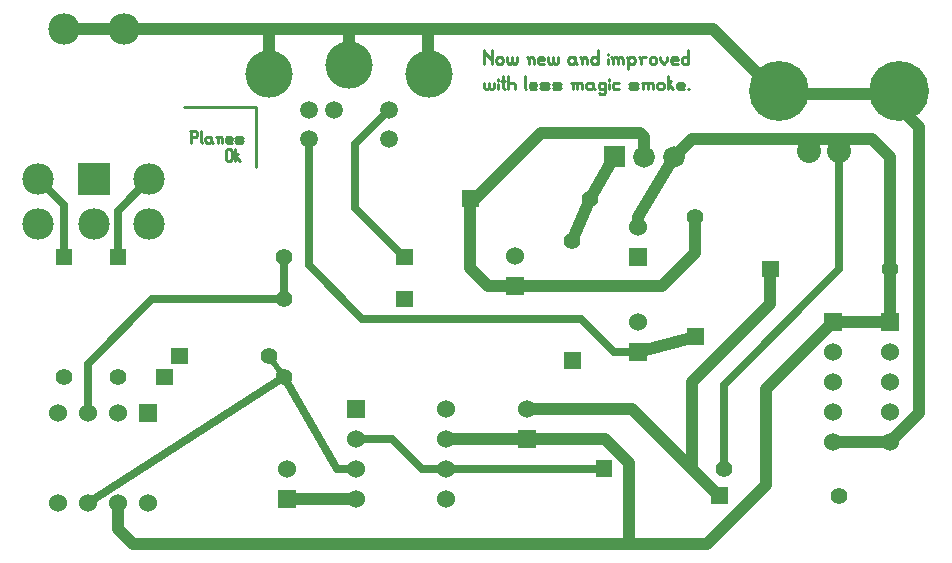
<source format=gbr>
G04 start of page 2 for group 0 idx 0 *
G04 Title: (unknown), component *
G04 Creator: pcb 20110918 *
G04 CreationDate: Thu Mar  7 21:27:41 2013 UTC *
G04 For: fosse *
G04 Format: Gerber/RS-274X *
G04 PCB-Dimensions: 316500 193500 *
G04 PCB-Coordinate-Origin: lower left *
%MOIN*%
%FSLAX25Y25*%
%LNTOP*%
%ADD33C,0.0358*%
%ADD32C,0.0925*%
%ADD31C,0.0650*%
%ADD30C,0.0710*%
%ADD29C,0.0280*%
%ADD28C,0.0380*%
%ADD27C,0.0300*%
%ADD26C,0.0420*%
%ADD25C,0.0320*%
%ADD24C,0.0790*%
%ADD23C,0.0591*%
%ADD22C,0.1575*%
%ADD21C,0.1050*%
%ADD20C,0.0550*%
%ADD19C,0.0600*%
%ADD18C,0.0720*%
%ADD17C,0.0001*%
%ADD16C,0.0800*%
%ADD15C,0.2000*%
%ADD14C,0.0200*%
%ADD13C,0.0100*%
%ADD12C,0.0250*%
%ADD11C,0.0400*%
G54D11*X238500Y181000D02*X22000D01*
X143500D02*Y166008D01*
X143575Y165933D01*
X117000Y169083D02*Y181000D01*
X90425Y165933D02*Y180425D01*
X90500Y180500D01*
G54D12*X119000Y121500D02*Y142736D01*
X130386Y154122D01*
X103614Y144280D02*Y102386D01*
X135500Y105000D02*X119000Y121500D01*
X22000Y105000D02*Y122500D01*
X40000Y120500D02*X50500Y131000D01*
X40000Y105000D02*Y120500D01*
Y105000D02*Y105500D01*
G54D13*X62000Y155000D02*X86000D01*
Y135000D01*
G54D12*X22000Y122500D02*X13500Y131000D01*
G54D11*X213500Y118500D02*X225500Y138500D01*
X232500Y106500D02*Y118500D01*
X174500Y44500D02*X149500D01*
G54D12*X141500Y34500D02*X131500Y44500D01*
X119500D01*
X30000Y23000D02*X95500Y65000D01*
X30000Y53000D02*Y69500D01*
X51500Y91000D01*
X95500D01*
Y105000D02*Y91000D01*
G54D11*X210500Y36500D02*Y10000D01*
X135500Y9500D02*X236500D01*
X176500Y54500D02*X211500D01*
X176500Y44500D02*X202500D01*
X210500Y36500D01*
G54D12*X202000Y34500D02*X141500D01*
X121500Y84500D02*X194500D01*
G54D11*X157500Y101500D02*X163500Y95500D01*
X221500D01*
G54D12*X103614Y102386D02*X121500Y84500D01*
G54D11*X119500Y24500D02*X96500D01*
G54D14*X95500Y65000D02*X90500Y72000D01*
G54D12*X119500Y34500D02*X113000D01*
X95500Y65000D02*X113000Y34500D01*
G54D11*X40000Y23000D02*Y14500D01*
X45000Y9500D01*
X165500D01*
X300500Y159500D02*X260000D01*
X300500D02*Y155000D01*
X231500Y144500D02*X291500D01*
X260000Y159500D02*X238500Y181000D01*
X297500Y138500D02*Y83500D01*
X307000Y148500D02*Y53000D01*
X291500Y144500D02*X297500Y138500D01*
X300500Y155000D02*X307000Y148500D01*
G54D12*X280500Y140500D02*Y101000D01*
G54D11*X278500Y83500D02*X256000Y61000D01*
X278500Y83500D02*X297500D01*
X159000Y124500D02*X181000Y146500D01*
X157500Y124500D02*X159000D01*
X191500Y110500D02*X197500Y124500D01*
X213500Y115000D02*Y118500D01*
X181000Y146500D02*X214000D01*
X197500Y124500D02*X205500Y138500D01*
X215500Y145000D02*Y138500D01*
X225500D02*X231500Y144500D01*
X214000Y146500D02*X215500Y145000D01*
X157500Y124500D02*Y101500D01*
X307000Y53000D02*X297500Y43500D01*
X213500Y73500D02*X232500Y78500D01*
X221500Y95500D02*X232500Y106500D01*
G54D12*X213500Y73500D02*X205500D01*
X194500Y84500D01*
G54D11*X257500Y89500D02*Y101000D01*
Y89500D02*X231500Y63500D01*
G54D12*X280500Y101000D02*X242000Y62500D01*
G54D11*X236500Y9500D02*X256000Y29000D01*
X211500Y54500D02*X240500Y25500D01*
X231500Y34500D02*X240500Y25500D01*
X256000Y29000D02*Y61000D01*
X231500Y63500D02*Y34500D01*
G54D12*X242000Y62500D02*Y34500D01*
G54D11*X278500Y43500D02*X297500D01*
G54D13*X64495Y147010D02*Y143050D01*
X64000Y147010D02*X65980D01*
X66475Y146515D01*
Y145525D01*
X65980Y145030D02*X66475Y145525D01*
X64495Y145030D02*X65980D01*
X67663Y147010D02*Y143545D01*
X68158Y143050D01*
X70633Y145030D02*X71128Y144535D01*
X69643Y145030D02*X70633D01*
X69148Y144535D02*X69643Y145030D01*
X69148Y144535D02*Y143545D01*
X69643Y143050D01*
X71128Y145030D02*Y143545D01*
X71623Y143050D01*
X69643D02*X70633D01*
X71128Y143545D01*
X73306Y144535D02*Y143050D01*
Y144535D02*X73801Y145030D01*
X74296D01*
X74791Y144535D01*
Y143050D01*
X72811Y145030D02*X73306Y144535D01*
X76474Y143050D02*X77959D01*
X75979Y143545D02*X76474Y143050D01*
X75979Y144535D02*Y143545D01*
Y144535D02*X76474Y145030D01*
X77464D01*
X77959Y144535D01*
X75979Y144040D02*X77959D01*
Y144535D02*Y144040D01*
X79642Y143050D02*X81127D01*
X81622Y143545D01*
X81127Y144040D02*X81622Y143545D01*
X79642Y144040D02*X81127D01*
X79147Y144535D02*X79642Y144040D01*
X79147Y144535D02*X79642Y145030D01*
X81127D01*
X81622Y144535D01*
X79147Y143545D02*X79642Y143050D01*
X76000Y140515D02*Y137545D01*
Y140515D02*X76495Y141010D01*
X77485D01*
X77980Y140515D01*
Y137545D01*
X77485Y137050D02*X77980Y137545D01*
X76495Y137050D02*X77485D01*
X76000Y137545D02*X76495Y137050D01*
X79168Y141010D02*Y137050D01*
Y138535D02*X80653Y137050D01*
X79168Y138535D02*X80158Y139525D01*
X162000Y173890D02*Y169450D01*
Y173890D02*Y173335D01*
X164775Y170560D01*
Y173890D02*Y169450D01*
X166107Y171115D02*Y170005D01*
Y171115D02*X166662Y171670D01*
X167772D01*
X168327Y171115D01*
Y170005D01*
X167772Y169450D02*X168327Y170005D01*
X166662Y169450D02*X167772D01*
X166107Y170005D02*X166662Y169450D01*
X169659Y171670D02*Y170005D01*
X170214Y169450D01*
X170769D01*
X171324Y170005D01*
Y171670D02*Y170005D01*
X171879Y169450D01*
X172434D01*
X172989Y170005D01*
Y171670D02*Y170005D01*
X176874Y171115D02*Y169450D01*
Y171115D02*X177429Y171670D01*
X177984D01*
X178539Y171115D01*
Y169450D01*
X176319Y171670D02*X176874Y171115D01*
X180426Y169450D02*X182091D01*
X179871Y170005D02*X180426Y169450D01*
X179871Y171115D02*Y170005D01*
Y171115D02*X180426Y171670D01*
X181536D01*
X182091Y171115D01*
X179871Y170560D02*X182091D01*
Y171115D02*Y170560D01*
X183423Y171670D02*Y170005D01*
X183978Y169450D01*
X184533D01*
X185088Y170005D01*
Y171670D02*Y170005D01*
X185643Y169450D01*
X186198D01*
X186753Y170005D01*
Y171670D02*Y170005D01*
X191748Y171670D02*X192303Y171115D01*
X190638Y171670D02*X191748D01*
X190083Y171115D02*X190638Y171670D01*
X190083Y171115D02*Y170005D01*
X190638Y169450D01*
X192303Y171670D02*Y170005D01*
X192858Y169450D01*
X190638D02*X191748D01*
X192303Y170005D01*
X194745Y171115D02*Y169450D01*
Y171115D02*X195300Y171670D01*
X195855D01*
X196410Y171115D01*
Y169450D01*
X194190Y171670D02*X194745Y171115D01*
X199962Y173890D02*Y169450D01*
X199407D02*X199962Y170005D01*
X198297Y169450D02*X199407D01*
X197742Y170005D02*X198297Y169450D01*
X197742Y171115D02*Y170005D01*
Y171115D02*X198297Y171670D01*
X199407D01*
X199962Y171115D01*
X203292Y172780D02*Y172225D01*
Y171115D02*Y169450D01*
X204957Y171115D02*Y169450D01*
Y171115D02*X205512Y171670D01*
X206067D01*
X206622Y171115D01*
Y169450D01*
Y171115D02*X207177Y171670D01*
X207732D01*
X208287Y171115D01*
Y169450D01*
X204402Y171670D02*X204957Y171115D01*
X210174D02*Y167785D01*
X209619Y171670D02*X210174Y171115D01*
X210729Y171670D01*
X211839D01*
X212394Y171115D01*
Y170005D01*
X211839Y169450D02*X212394Y170005D01*
X210729Y169450D02*X211839D01*
X210174Y170005D02*X210729Y169450D01*
X214281Y171115D02*Y169450D01*
Y171115D02*X214836Y171670D01*
X215946D01*
X213726D02*X214281Y171115D01*
X217278D02*Y170005D01*
Y171115D02*X217833Y171670D01*
X218943D01*
X219498Y171115D01*
Y170005D01*
X218943Y169450D02*X219498Y170005D01*
X217833Y169450D02*X218943D01*
X217278Y170005D02*X217833Y169450D01*
X220830Y171670D02*Y170560D01*
X221940Y169450D01*
X223050Y170560D01*
Y171670D02*Y170560D01*
X224937Y169450D02*X226602D01*
X224382Y170005D02*X224937Y169450D01*
X224382Y171115D02*Y170005D01*
Y171115D02*X224937Y171670D01*
X226047D01*
X226602Y171115D01*
X224382Y170560D02*X226602D01*
Y171115D02*Y170560D01*
X230154Y173890D02*Y169450D01*
X229599D02*X230154Y170005D01*
X228489Y169450D02*X229599D01*
X227934Y170005D02*X228489Y169450D01*
X227934Y171115D02*Y170005D01*
Y171115D02*X228489Y171670D01*
X229599D01*
X230154Y171115D01*
X162000Y163170D02*Y161505D01*
X162555Y160950D01*
X163110D01*
X163665Y161505D01*
Y163170D02*Y161505D01*
X164220Y160950D01*
X164775D01*
X165330Y161505D01*
Y163170D02*Y161505D01*
X166662Y164280D02*Y163725D01*
Y162615D02*Y160950D01*
X168327Y165390D02*Y161505D01*
X168882Y160950D01*
X167772Y163725D02*X168882D01*
X169992Y165390D02*Y160950D01*
Y162615D02*X170547Y163170D01*
X171657D01*
X172212Y162615D01*
Y160950D01*
X175542Y165390D02*Y161505D01*
X176097Y160950D01*
X177762D02*X179427D01*
X177207Y161505D02*X177762Y160950D01*
X177207Y162615D02*Y161505D01*
Y162615D02*X177762Y163170D01*
X178872D01*
X179427Y162615D01*
X177207Y162060D02*X179427D01*
Y162615D02*Y162060D01*
X181314Y160950D02*X182979D01*
X183534Y161505D01*
X182979Y162060D02*X183534Y161505D01*
X181314Y162060D02*X182979D01*
X180759Y162615D02*X181314Y162060D01*
X180759Y162615D02*X181314Y163170D01*
X182979D01*
X183534Y162615D01*
X180759Y161505D02*X181314Y160950D01*
X185421D02*X187086D01*
X187641Y161505D01*
X187086Y162060D02*X187641Y161505D01*
X185421Y162060D02*X187086D01*
X184866Y162615D02*X185421Y162060D01*
X184866Y162615D02*X185421Y163170D01*
X187086D01*
X187641Y162615D01*
X184866Y161505D02*X185421Y160950D01*
X191526Y162615D02*Y160950D01*
Y162615D02*X192081Y163170D01*
X192636D01*
X193191Y162615D01*
Y160950D01*
Y162615D02*X193746Y163170D01*
X194301D01*
X194856Y162615D01*
Y160950D01*
X190971Y163170D02*X191526Y162615D01*
X197853Y163170D02*X198408Y162615D01*
X196743Y163170D02*X197853D01*
X196188Y162615D02*X196743Y163170D01*
X196188Y162615D02*Y161505D01*
X196743Y160950D01*
X198408Y163170D02*Y161505D01*
X198963Y160950D01*
X196743D02*X197853D01*
X198408Y161505D01*
X201960Y163170D02*X202515Y162615D01*
X200850Y163170D02*X201960D01*
X200295Y162615D02*X200850Y163170D01*
X200295Y162615D02*Y161505D01*
X200850Y160950D01*
X201960D01*
X202515Y161505D01*
X200295Y159840D02*X200850Y159285D01*
X201960D01*
X202515Y159840D01*
Y163170D02*Y159840D01*
X203847Y164280D02*Y163725D01*
Y162615D02*Y160950D01*
X205512Y163170D02*X207177D01*
X204957Y162615D02*X205512Y163170D01*
X204957Y162615D02*Y161505D01*
X205512Y160950D01*
X207177D01*
X211062D02*X212727D01*
X213282Y161505D01*
X212727Y162060D02*X213282Y161505D01*
X211062Y162060D02*X212727D01*
X210507Y162615D02*X211062Y162060D01*
X210507Y162615D02*X211062Y163170D01*
X212727D01*
X213282Y162615D01*
X210507Y161505D02*X211062Y160950D01*
X215169Y162615D02*Y160950D01*
Y162615D02*X215724Y163170D01*
X216279D01*
X216834Y162615D01*
Y160950D01*
Y162615D02*X217389Y163170D01*
X217944D01*
X218499Y162615D01*
Y160950D01*
X214614Y163170D02*X215169Y162615D01*
X219831D02*Y161505D01*
Y162615D02*X220386Y163170D01*
X221496D01*
X222051Y162615D01*
Y161505D01*
X221496Y160950D02*X222051Y161505D01*
X220386Y160950D02*X221496D01*
X219831Y161505D02*X220386Y160950D01*
X223383Y165390D02*Y160950D01*
Y162615D02*X225048Y160950D01*
X223383Y162615D02*X224493Y163725D01*
X226935Y160950D02*X228600D01*
X226380Y161505D02*X226935Y160950D01*
X226380Y162615D02*Y161505D01*
Y162615D02*X226935Y163170D01*
X228045D01*
X228600Y162615D01*
X226380Y162060D02*X228600D01*
Y162615D02*Y162060D01*
X229932Y160950D02*X230487D01*
G54D15*X260500Y160500D03*
X300500D03*
G54D16*X270500Y140500D03*
X280500D03*
G54D17*G36*
X201900Y142100D02*Y134900D01*
X209100D01*
Y142100D01*
X201900D01*
G37*
G54D18*X215500Y138500D03*
X225500D03*
G54D17*G36*
X188750Y73250D02*Y67750D01*
X194250D01*
Y73250D01*
X188750D01*
G37*
G54D19*X176500Y54500D03*
G54D17*G36*
X199250Y37250D02*Y31750D01*
X204750D01*
Y37250D01*
X199250D01*
G37*
G54D20*X242000Y34500D03*
G54D17*G36*
X237750Y28250D02*Y22750D01*
X243250D01*
Y28250D01*
X237750D01*
G37*
G54D20*X197500Y124500D03*
G54D17*G36*
X210500Y108000D02*Y102000D01*
X216500D01*
Y108000D01*
X210500D01*
G37*
G54D19*X213500Y115000D03*
G54D20*X232500Y118500D03*
G54D17*G36*
X254750Y103750D02*Y98250D01*
X260250D01*
Y103750D01*
X254750D01*
G37*
G36*
X294500Y86500D02*Y80500D01*
X300500D01*
Y86500D01*
X294500D01*
G37*
G36*
X229750Y81250D02*Y75750D01*
X235250D01*
Y81250D01*
X229750D01*
G37*
G36*
X210500Y76500D02*Y70500D01*
X216500D01*
Y76500D01*
X210500D01*
G37*
G54D19*X213500Y83500D03*
G54D17*G36*
X275500Y86500D02*Y80500D01*
X281500D01*
Y86500D01*
X275500D01*
G37*
G54D19*X278500Y73500D03*
X297500D03*
G54D20*Y101000D03*
G54D19*Y63500D03*
Y53500D03*
Y43500D03*
X278500Y63500D03*
Y53500D03*
Y43500D03*
G54D20*X280500Y25500D03*
G54D17*G36*
X93500Y27500D02*Y21500D01*
X99500D01*
Y27500D01*
X93500D01*
G37*
G54D19*X20000Y23000D03*
X30000D03*
X40000D03*
X50000D03*
X119500Y24500D03*
X96500Y34500D03*
X119500Y44500D03*
Y34500D03*
G54D17*G36*
X37250Y107750D02*Y102250D01*
X42750D01*
Y107750D01*
X37250D01*
G37*
G36*
X19250D02*Y102250D01*
X24750D01*
Y107750D01*
X19250D01*
G37*
G54D20*X95500Y105000D03*
Y91000D03*
X40000Y65000D03*
G54D17*G36*
X57750Y74750D02*Y69250D01*
X63250D01*
Y74750D01*
X57750D01*
G37*
G54D20*X90500Y72000D03*
X22000Y65000D03*
G54D17*G36*
X52750Y67750D02*Y62250D01*
X58250D01*
Y67750D01*
X52750D01*
G37*
G54D20*X95500Y65000D03*
G54D21*X13500Y116000D03*
X32000D03*
X50500D03*
G54D17*G36*
X47000Y56000D02*Y50000D01*
X53000D01*
Y56000D01*
X47000D01*
G37*
G54D19*X40000Y53000D03*
X30000D03*
X20000D03*
G54D17*G36*
X116500Y57500D02*Y51500D01*
X122500D01*
Y57500D01*
X116500D01*
G37*
G54D21*X22000Y181000D03*
X42000D03*
G54D17*G36*
X26750Y136250D02*Y125750D01*
X37250D01*
Y136250D01*
X26750D01*
G37*
G54D21*X50500Y131000D03*
X13500D03*
G54D22*X117000Y169083D03*
X90425Y165933D03*
G54D23*X103614Y144280D03*
X111882Y154122D03*
X103614D03*
G54D22*X143575Y165933D03*
G54D23*X130386Y154122D03*
Y144280D03*
G54D20*X191500Y110500D03*
G54D17*G36*
X169500Y98500D02*Y92500D01*
X175500D01*
Y98500D01*
X169500D01*
G37*
G54D19*X172500Y105500D03*
G54D17*G36*
X154750Y127250D02*Y121750D01*
X160250D01*
Y127250D01*
X154750D01*
G37*
G36*
X173500Y47500D02*Y41500D01*
X179500D01*
Y47500D01*
X173500D01*
G37*
G54D19*X149500Y24500D03*
Y34500D03*
Y44500D03*
Y54500D03*
G54D17*G36*
X132750Y107750D02*Y102250D01*
X138250D01*
Y107750D01*
X132750D01*
G37*
G36*
Y93750D02*Y88250D01*
X138250D01*
Y93750D01*
X132750D01*
G37*
G54D24*G54D25*G54D26*G54D27*G54D28*G54D27*G54D28*G54D27*G54D28*G54D27*G54D29*G54D27*G54D29*G54D27*G54D30*G54D29*G54D31*G54D30*G54D32*G54D33*G54D32*G54D33*G54D27*G54D29*G54D27*M02*

</source>
